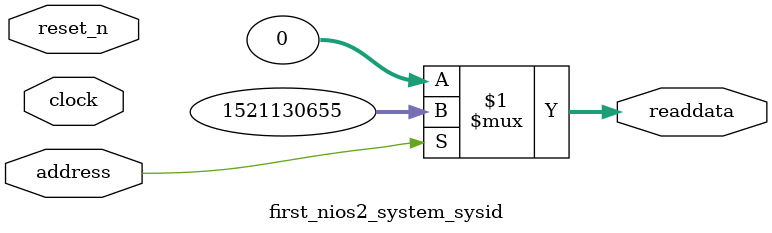
<source format=v>

`timescale 1ns / 1ps
// synthesis translate_on

// turn off superfluous verilog processor warnings 
// altera message_level Level1 
// altera message_off 10034 10035 10036 10037 10230 10240 10030 

module first_nios2_system_sysid (
               // inputs:
                address,
                clock,
                reset_n,

               // outputs:
                readdata
             )
;

  output  [ 31: 0] readdata;
  input            address;
  input            clock;
  input            reset_n;

  wire    [ 31: 0] readdata;
  //control_slave, which is an e_avalon_slave
  assign readdata = address ? 1521130655 : 0;

endmodule




</source>
